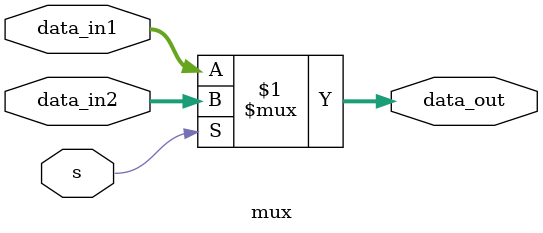
<source format=v>
`default_nettype none


module mux #(parameter N = 16)
    (
        input   wire [N-1:0] data_in1,
        input   wire [N-1:0] data_in2,
        input   wire         s,
        output  wire [N-1:0] data_out
    );

    assign data_out = s ? data_in2 : data_in1;

endmodule
</source>
